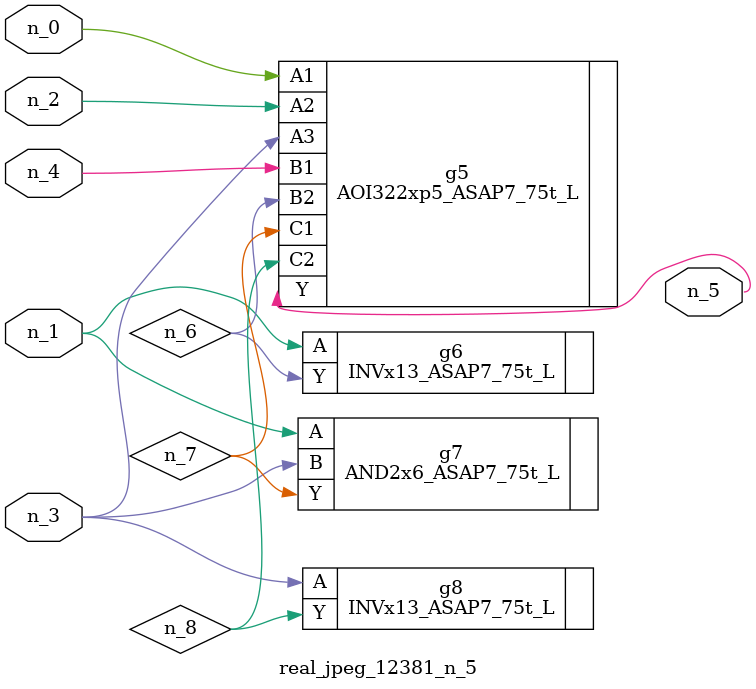
<source format=v>
module real_jpeg_12381_n_5 (n_4, n_0, n_1, n_2, n_3, n_5);

input n_4;
input n_0;
input n_1;
input n_2;
input n_3;

output n_5;

wire n_8;
wire n_6;
wire n_7;

AOI322xp5_ASAP7_75t_L g5 ( 
.A1(n_0),
.A2(n_2),
.A3(n_3),
.B1(n_4),
.B2(n_6),
.C1(n_7),
.C2(n_8),
.Y(n_5)
);

INVx13_ASAP7_75t_L g6 ( 
.A(n_1),
.Y(n_6)
);

AND2x6_ASAP7_75t_L g7 ( 
.A(n_1),
.B(n_3),
.Y(n_7)
);

INVx13_ASAP7_75t_L g8 ( 
.A(n_3),
.Y(n_8)
);


endmodule
</source>
